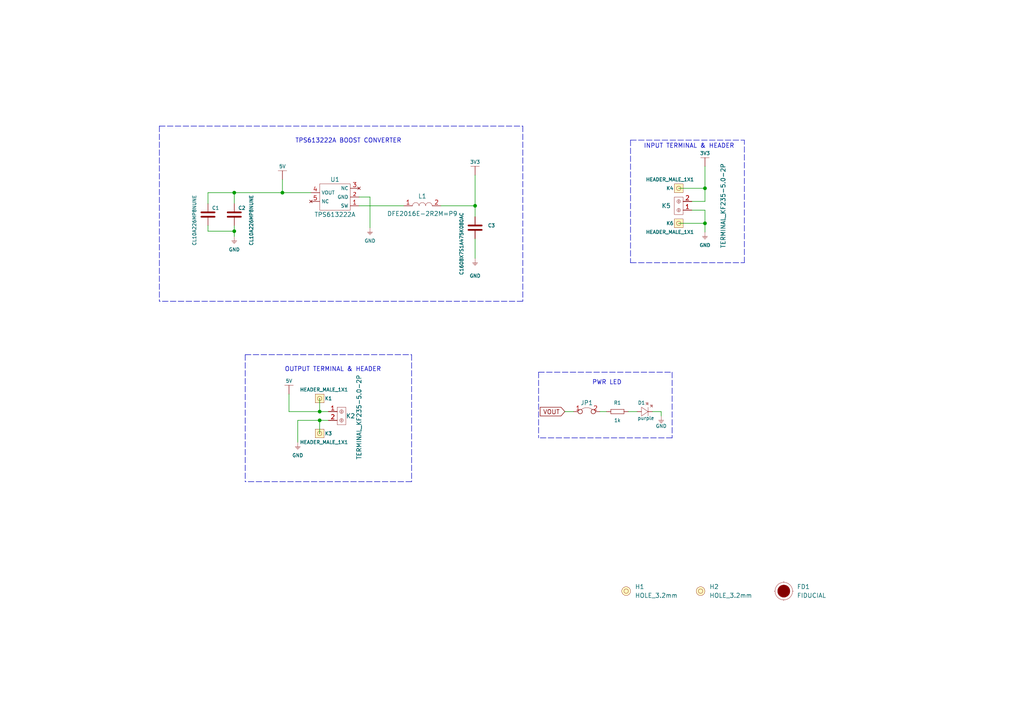
<source format=kicad_sch>
(kicad_sch (version 20211123) (generator eeschema)

  (uuid bc326af4-ebec-4a60-81b4-f99cdc0384be)

  (paper "A4")

  (title_block
    (title "Mini low-power TPS613222A boost converter")
    (date "2021-09-20")
    (rev "V1.0.0.")
    (company "SOLDERED")
    (comment 1 "333096")
  )

  (lib_symbols
    (symbol "e-radionica.com schematics:0402LED" (pin_numbers hide) (pin_names (offset 0.254) hide) (in_bom yes) (on_board yes)
      (property "Reference" "D" (id 0) (at -0.635 2.54 0)
        (effects (font (size 1 1)))
      )
      (property "Value" "0402LED" (id 1) (at 0 -2.54 0)
        (effects (font (size 1 1)))
      )
      (property "Footprint" "e-radionica.com footprinti:0402LED" (id 2) (at 0 5.08 0)
        (effects (font (size 1 1)) hide)
      )
      (property "Datasheet" "" (id 3) (at 0 0 0)
        (effects (font (size 1 1)) hide)
      )
      (symbol "0402LED_0_1"
        (polyline
          (pts
            (xy -0.635 1.27)
            (xy 1.27 0)
          )
          (stroke (width 0.0006) (type default) (color 0 0 0 0))
          (fill (type none))
        )
        (polyline
          (pts
            (xy 0.635 1.905)
            (xy 1.27 2.54)
          )
          (stroke (width 0.0006) (type default) (color 0 0 0 0))
          (fill (type none))
        )
        (polyline
          (pts
            (xy 1.27 1.27)
            (xy 1.27 -1.27)
          )
          (stroke (width 0.0006) (type default) (color 0 0 0 0))
          (fill (type none))
        )
        (polyline
          (pts
            (xy 1.905 1.27)
            (xy 2.54 1.905)
          )
          (stroke (width 0.0006) (type default) (color 0 0 0 0))
          (fill (type none))
        )
        (polyline
          (pts
            (xy -0.635 1.27)
            (xy -0.635 -1.27)
            (xy 1.27 0)
          )
          (stroke (width 0.0006) (type default) (color 0 0 0 0))
          (fill (type none))
        )
        (polyline
          (pts
            (xy 1.27 2.54)
            (xy 0.635 2.54)
            (xy 1.27 1.905)
            (xy 1.27 2.54)
          )
          (stroke (width 0.0006) (type default) (color 0 0 0 0))
          (fill (type none))
        )
        (polyline
          (pts
            (xy 2.54 1.905)
            (xy 1.905 1.905)
            (xy 2.54 1.27)
            (xy 2.54 1.905)
          )
          (stroke (width 0.0006) (type default) (color 0 0 0 0))
          (fill (type none))
        )
      )
      (symbol "0402LED_1_1"
        (pin passive line (at -1.905 0 0) (length 1.27)
          (name "A" (effects (font (size 1.27 1.27))))
          (number "1" (effects (font (size 1.27 1.27))))
        )
        (pin passive line (at 2.54 0 180) (length 1.27)
          (name "K" (effects (font (size 1.27 1.27))))
          (number "2" (effects (font (size 1.27 1.27))))
        )
      )
    )
    (symbol "e-radionica.com schematics:0402R" (pin_numbers hide) (pin_names (offset 0.254)) (in_bom yes) (on_board yes)
      (property "Reference" "R" (id 0) (at -1.905 1.27 0)
        (effects (font (size 1 1)))
      )
      (property "Value" "0402R" (id 1) (at 0 -1.27 0)
        (effects (font (size 1 1)))
      )
      (property "Footprint" "e-radionica.com footprinti:0402R" (id 2) (at -2.54 1.905 0)
        (effects (font (size 1 1)) hide)
      )
      (property "Datasheet" "" (id 3) (at -2.54 1.905 0)
        (effects (font (size 1 1)) hide)
      )
      (symbol "0402R_0_1"
        (rectangle (start -1.905 -0.635) (end 1.905 -0.6604)
          (stroke (width 0.1) (type default) (color 0 0 0 0))
          (fill (type none))
        )
        (rectangle (start -1.905 0.635) (end -1.8796 -0.635)
          (stroke (width 0.1) (type default) (color 0 0 0 0))
          (fill (type none))
        )
        (rectangle (start -1.905 0.635) (end 1.905 0.6096)
          (stroke (width 0.1) (type default) (color 0 0 0 0))
          (fill (type none))
        )
        (rectangle (start 1.905 0.635) (end 1.9304 -0.635)
          (stroke (width 0.1) (type default) (color 0 0 0 0))
          (fill (type none))
        )
      )
      (symbol "0402R_1_1"
        (pin passive line (at -3.175 0 0) (length 1.27)
          (name "~" (effects (font (size 1.27 1.27))))
          (number "1" (effects (font (size 1.27 1.27))))
        )
        (pin passive line (at 3.175 0 180) (length 1.27)
          (name "~" (effects (font (size 1.27 1.27))))
          (number "2" (effects (font (size 1.27 1.27))))
        )
      )
    )
    (symbol "e-radionica.com schematics:0805C" (pin_numbers hide) (in_bom yes) (on_board yes)
      (property "Reference" "C" (id 0) (at -0.635 3.175 0)
        (effects (font (size 1 1)))
      )
      (property "Value" "0805C" (id 1) (at 0 -3.175 0)
        (effects (font (size 1 1)))
      )
      (property "Footprint" "e-radionica.com footprinti:0805C" (id 2) (at 0 0 0)
        (effects (font (size 1 1)) hide)
      )
      (property "Datasheet" "" (id 3) (at 0 0 0)
        (effects (font (size 1 1)) hide)
      )
      (symbol "0805C_0_1"
        (polyline
          (pts
            (xy -0.635 1.905)
            (xy -0.635 -1.905)
          )
          (stroke (width 0.5) (type default) (color 0 0 0 0))
          (fill (type none))
        )
        (polyline
          (pts
            (xy 0.635 1.905)
            (xy 0.635 -1.905)
          )
          (stroke (width 0.5) (type default) (color 0 0 0 0))
          (fill (type none))
        )
      )
      (symbol "0805C_1_1"
        (pin passive line (at -3.175 0 0) (length 2.54)
          (name "~" (effects (font (size 1.27 1.27))))
          (number "1" (effects (font (size 1.27 1.27))))
        )
        (pin passive line (at 3.175 0 180) (length 2.54)
          (name "~" (effects (font (size 1.27 1.27))))
          (number "2" (effects (font (size 1.27 1.27))))
        )
      )
    )
    (symbol "e-radionica.com schematics:3V3" (power) (pin_names (offset 0)) (in_bom yes) (on_board yes)
      (property "Reference" "#PWR" (id 0) (at 4.445 0 0)
        (effects (font (size 1 1)) hide)
      )
      (property "Value" "3V3" (id 1) (at 0 3.556 0)
        (effects (font (size 1 1)))
      )
      (property "Footprint" "" (id 2) (at 4.445 3.81 0)
        (effects (font (size 1 1)) hide)
      )
      (property "Datasheet" "" (id 3) (at 4.445 3.81 0)
        (effects (font (size 1 1)) hide)
      )
      (property "ki_keywords" "power-flag" (id 4) (at 0 0 0)
        (effects (font (size 1.27 1.27)) hide)
      )
      (property "ki_description" "Power symbol creates a global label with name \"3V3\"" (id 5) (at 0 0 0)
        (effects (font (size 1.27 1.27)) hide)
      )
      (symbol "3V3_0_1"
        (polyline
          (pts
            (xy -1.27 2.54)
            (xy 1.27 2.54)
          )
          (stroke (width 0.0006) (type default) (color 0 0 0 0))
          (fill (type none))
        )
        (polyline
          (pts
            (xy 0 0)
            (xy 0 2.54)
          )
          (stroke (width 0) (type default) (color 0 0 0 0))
          (fill (type none))
        )
      )
      (symbol "3V3_1_1"
        (pin power_in line (at 0 0 90) (length 0) hide
          (name "3V3" (effects (font (size 1.27 1.27))))
          (number "1" (effects (font (size 1.27 1.27))))
        )
      )
    )
    (symbol "e-radionica.com schematics:5V" (power) (pin_names (offset 0)) (in_bom yes) (on_board yes)
      (property "Reference" "#PWR" (id 0) (at 4.445 0 0)
        (effects (font (size 1 1)) hide)
      )
      (property "Value" "5V" (id 1) (at 0 3.556 0)
        (effects (font (size 1 1)))
      )
      (property "Footprint" "" (id 2) (at 4.445 3.81 0)
        (effects (font (size 1 1)) hide)
      )
      (property "Datasheet" "" (id 3) (at 4.445 3.81 0)
        (effects (font (size 1 1)) hide)
      )
      (property "ki_keywords" "power-flag" (id 4) (at 0 0 0)
        (effects (font (size 1.27 1.27)) hide)
      )
      (property "ki_description" "Power symbol creates a global label with name \"5V\"" (id 5) (at 0 0 0)
        (effects (font (size 1.27 1.27)) hide)
      )
      (symbol "5V_0_1"
        (polyline
          (pts
            (xy -1.27 2.54)
            (xy 1.27 2.54)
          )
          (stroke (width 0.0006) (type default) (color 0 0 0 0))
          (fill (type none))
        )
        (polyline
          (pts
            (xy 0 0)
            (xy 0 2.54)
          )
          (stroke (width 0) (type default) (color 0 0 0 0))
          (fill (type none))
        )
      )
      (symbol "5V_1_1"
        (pin power_in line (at 0 0 90) (length 0) hide
          (name "5V" (effects (font (size 1.27 1.27))))
          (number "1" (effects (font (size 1.27 1.27))))
        )
      )
    )
    (symbol "e-radionica.com schematics:DFE252012F-1R0M" (in_bom yes) (on_board yes)
      (property "Reference" "L" (id 0) (at 0 2.286 0)
        (effects (font (size 1.27 1.27)))
      )
      (property "Value" "DFE252012F-1R0M" (id 1) (at 0 -1.778 0)
        (effects (font (size 1.27 1.27)))
      )
      (property "Footprint" "e-radionica.com footprinti:DFE252012F-1R0M=P2" (id 2) (at 0.254 0 0)
        (effects (font (size 1.27 1.27)) hide)
      )
      (property "Datasheet" "" (id 3) (at 0.254 0 0)
        (effects (font (size 1.27 1.27)) hide)
      )
      (symbol "DFE252012F-1R0M_0_1"
        (arc (start -1.016 0) (mid -1.9685 0.9388) (end -2.921 0)
          (stroke (width 0.0006) (type default) (color 0 0 0 0))
          (fill (type none))
        )
        (arc (start 0.889 0) (mid -0.0635 0.9388) (end -1.016 0)
          (stroke (width 0.0006) (type default) (color 0 0 0 0))
          (fill (type none))
        )
        (arc (start 2.794 0) (mid 1.8415 0.9388) (end 0.889 0)
          (stroke (width 0.0006) (type default) (color 0 0 0 0))
          (fill (type none))
        )
      )
      (symbol "DFE252012F-1R0M_1_1"
        (pin passive line (at -5.461 0 0) (length 2.54)
          (name "" (effects (font (size 1.27 1.27))))
          (number "1" (effects (font (size 1.27 1.27))))
        )
        (pin passive line (at 5.334 0 180) (length 2.54)
          (name "" (effects (font (size 1.27 1.27))))
          (number "2" (effects (font (size 1.27 1.27))))
        )
      )
    )
    (symbol "e-radionica.com schematics:FIDUCIAL" (in_bom no) (on_board yes)
      (property "Reference" "FD" (id 0) (at 0 3.81 0)
        (effects (font (size 1.27 1.27)))
      )
      (property "Value" "FIDUCIAL" (id 1) (at 0 -3.81 0)
        (effects (font (size 1.27 1.27)))
      )
      (property "Footprint" "e-radionica.com footprinti:FIDUCIAL_23" (id 2) (at 0.254 -5.334 0)
        (effects (font (size 1.27 1.27)) hide)
      )
      (property "Datasheet" "" (id 3) (at 0 0 0)
        (effects (font (size 1.27 1.27)) hide)
      )
      (symbol "FIDUCIAL_0_1"
        (polyline
          (pts
            (xy -2.54 0)
            (xy -2.794 0)
          )
          (stroke (width 0.0006) (type default) (color 0 0 0 0))
          (fill (type none))
        )
        (polyline
          (pts
            (xy 0 -2.54)
            (xy 0 -2.794)
          )
          (stroke (width 0.0006) (type default) (color 0 0 0 0))
          (fill (type none))
        )
        (polyline
          (pts
            (xy 0 2.54)
            (xy 0 2.794)
          )
          (stroke (width 0.0006) (type default) (color 0 0 0 0))
          (fill (type none))
        )
        (polyline
          (pts
            (xy 2.54 0)
            (xy 2.794 0)
          )
          (stroke (width 0.0006) (type default) (color 0 0 0 0))
          (fill (type none))
        )
        (circle (center 0 0) (radius 1.7961)
          (stroke (width 0.001) (type default) (color 0 0 0 0))
          (fill (type outline))
        )
        (circle (center 0 0) (radius 2.54)
          (stroke (width 0.0006) (type default) (color 0 0 0 0))
          (fill (type none))
        )
      )
    )
    (symbol "e-radionica.com schematics:GND" (power) (pin_names (offset 0)) (in_bom yes) (on_board yes)
      (property "Reference" "#PWR" (id 0) (at 4.445 0 0)
        (effects (font (size 1 1)) hide)
      )
      (property "Value" "GND" (id 1) (at 0 -2.921 0)
        (effects (font (size 1 1)))
      )
      (property "Footprint" "" (id 2) (at 4.445 3.81 0)
        (effects (font (size 1 1)) hide)
      )
      (property "Datasheet" "" (id 3) (at 4.445 3.81 0)
        (effects (font (size 1 1)) hide)
      )
      (property "ki_keywords" "power-flag" (id 4) (at 0 0 0)
        (effects (font (size 1.27 1.27)) hide)
      )
      (property "ki_description" "Power symbol creates a global label with name \"GND\"" (id 5) (at 0 0 0)
        (effects (font (size 1.27 1.27)) hide)
      )
      (symbol "GND_0_1"
        (polyline
          (pts
            (xy -0.762 -1.27)
            (xy 0.762 -1.27)
          )
          (stroke (width 0.0006) (type default) (color 0 0 0 0))
          (fill (type none))
        )
        (polyline
          (pts
            (xy -0.635 -1.524)
            (xy 0.635 -1.524)
          )
          (stroke (width 0.0006) (type default) (color 0 0 0 0))
          (fill (type none))
        )
        (polyline
          (pts
            (xy -0.381 -1.778)
            (xy 0.381 -1.778)
          )
          (stroke (width 0.0006) (type default) (color 0 0 0 0))
          (fill (type none))
        )
        (polyline
          (pts
            (xy -0.127 -2.032)
            (xy 0.127 -2.032)
          )
          (stroke (width 0.0006) (type default) (color 0 0 0 0))
          (fill (type none))
        )
        (polyline
          (pts
            (xy 0 0)
            (xy 0 -1.27)
          )
          (stroke (width 0.0006) (type default) (color 0 0 0 0))
          (fill (type none))
        )
      )
      (symbol "GND_1_1"
        (pin power_in line (at 0 0 270) (length 0) hide
          (name "GND" (effects (font (size 1.27 1.27))))
          (number "1" (effects (font (size 1.27 1.27))))
        )
      )
    )
    (symbol "e-radionica.com schematics:GND_3" (power) (pin_names (offset 0)) (in_bom yes) (on_board yes)
      (property "Reference" "#PWR" (id 0) (at 4.445 0 0)
        (effects (font (size 1 1)) hide)
      )
      (property "Value" "GND" (id 1) (at 0 -2.921 0)
        (effects (font (size 1 1)))
      )
      (property "Footprint" "" (id 2) (at 4.445 3.81 0)
        (effects (font (size 1 1)) hide)
      )
      (property "Datasheet" "" (id 3) (at 4.445 3.81 0)
        (effects (font (size 1 1)) hide)
      )
      (property "ki_keywords" "power-flag" (id 4) (at 0 0 0)
        (effects (font (size 1.27 1.27)) hide)
      )
      (property "ki_description" "Power symbol creates a global label with name \"+3V3\"" (id 5) (at 0 0 0)
        (effects (font (size 1.27 1.27)) hide)
      )
      (symbol "GND_3_0_1"
        (polyline
          (pts
            (xy -0.762 -1.27)
            (xy 0.762 -1.27)
          )
          (stroke (width 0.0006) (type default) (color 0 0 0 0))
          (fill (type none))
        )
        (polyline
          (pts
            (xy -0.635 -1.524)
            (xy 0.635 -1.524)
          )
          (stroke (width 0.0006) (type default) (color 0 0 0 0))
          (fill (type none))
        )
        (polyline
          (pts
            (xy -0.381 -1.778)
            (xy 0.381 -1.778)
          )
          (stroke (width 0.0006) (type default) (color 0 0 0 0))
          (fill (type none))
        )
        (polyline
          (pts
            (xy -0.127 -2.032)
            (xy 0.127 -2.032)
          )
          (stroke (width 0.0006) (type default) (color 0 0 0 0))
          (fill (type none))
        )
        (polyline
          (pts
            (xy 0 0)
            (xy 0 -1.27)
          )
          (stroke (width 0.0006) (type default) (color 0 0 0 0))
          (fill (type none))
        )
      )
      (symbol "GND_3_1_1"
        (pin power_in line (at 0 0 270) (length 0) hide
          (name "GND" (effects (font (size 1.27 1.27))))
          (number "1" (effects (font (size 1.27 1.27))))
        )
      )
    )
    (symbol "e-radionica.com schematics:HEADER_MALE_1X1" (pin_numbers hide) (pin_names hide) (in_bom yes) (on_board yes)
      (property "Reference" "K" (id 0) (at -0.635 2.54 0)
        (effects (font (size 1 1)))
      )
      (property "Value" "HEADER_MALE_1X1" (id 1) (at 0 -2.54 0)
        (effects (font (size 1 1)))
      )
      (property "Footprint" "e-radionica.com footprinti:HEADER_MALE_1X1" (id 2) (at 0 0 0)
        (effects (font (size 1 1)) hide)
      )
      (property "Datasheet" "" (id 3) (at 0 0 0)
        (effects (font (size 1 1)) hide)
      )
      (symbol "HEADER_MALE_1X1_0_1"
        (rectangle (start -1.27 1.27) (end 1.27 -1.27)
          (stroke (width 0.001) (type default) (color 0 0 0 0))
          (fill (type background))
        )
        (circle (center 0 0) (radius 0.635)
          (stroke (width 0.0006) (type default) (color 0 0 0 0))
          (fill (type none))
        )
      )
      (symbol "HEADER_MALE_1X1_1_1"
        (pin passive line (at 0 0 180) (length 0)
          (name "~" (effects (font (size 1 1))))
          (number "1" (effects (font (size 1 1))))
        )
      )
    )
    (symbol "e-radionica.com schematics:HOLE_3.2mm" (pin_numbers hide) (pin_names hide) (in_bom yes) (on_board yes)
      (property "Reference" "H" (id 0) (at 0 2.54 0)
        (effects (font (size 1.27 1.27)))
      )
      (property "Value" "HOLE_3.2mm" (id 1) (at 0 -2.54 0)
        (effects (font (size 1.27 1.27)))
      )
      (property "Footprint" "e-radionica.com footprinti:HOLE_3.2mm" (id 2) (at 0 0 0)
        (effects (font (size 1.27 1.27)) hide)
      )
      (property "Datasheet" "" (id 3) (at 0 0 0)
        (effects (font (size 1.27 1.27)) hide)
      )
      (symbol "HOLE_3.2mm_0_1"
        (circle (center 0 0) (radius 0.635)
          (stroke (width 0.0006) (type default) (color 0 0 0 0))
          (fill (type none))
        )
        (circle (center 0 0) (radius 1.27)
          (stroke (width 0.001) (type default) (color 0 0 0 0))
          (fill (type background))
        )
      )
    )
    (symbol "e-radionica.com schematics:SMD-JUMPER-CONNECTED_TRACE_SLODERMASK" (in_bom yes) (on_board yes)
      (property "Reference" "JP" (id 0) (at 0 3.556 0)
        (effects (font (size 1.27 1.27)))
      )
      (property "Value" "SMD-JUMPER-CONNECTED_TRACE_SLODERMASK" (id 1) (at 0 -2.54 0)
        (effects (font (size 1.27 1.27)))
      )
      (property "Footprint" "e-radionica.com footprinti:SMD-JUMPER-CONNECTED_TRACE_SLODERMASK" (id 2) (at 0 -5.715 0)
        (effects (font (size 1.27 1.27)) hide)
      )
      (property "Datasheet" "" (id 3) (at 0 0 0)
        (effects (font (size 1.27 1.27)) hide)
      )
      (symbol "SMD-JUMPER-CONNECTED_TRACE_SLODERMASK_0_1"
        (arc (start 1.5845 0.5996) (mid -0.0202 1.1519) (end -1.6159 0.5742)
          (stroke (width 0.0006) (type default) (color 0 0 0 0))
          (fill (type none))
        )
      )
      (symbol "SMD-JUMPER-CONNECTED_TRACE_SLODERMASK_1_1"
        (pin passive inverted (at -3.81 0 0) (length 2.54)
          (name "" (effects (font (size 1.27 1.27))))
          (number "1" (effects (font (size 1.27 1.27))))
        )
        (pin passive inverted (at 3.81 0 180) (length 2.54)
          (name "" (effects (font (size 1.27 1.27))))
          (number "2" (effects (font (size 1.27 1.27))))
        )
      )
    )
    (symbol "e-radionica.com schematics:TERMINAL_KF235-5.0-2P" (in_bom yes) (on_board yes)
      (property "Reference" "K" (id 0) (at 0 3.81 0)
        (effects (font (size 1.27 1.27)))
      )
      (property "Value" "TERMINAL_KF235-5.0-2P" (id 1) (at 0 -3.81 0)
        (effects (font (size 1.27 1.27)))
      )
      (property "Footprint" "e-radionica.com footprinti:TERMINAL_KF235-5.0-2P" (id 2) (at 0 0 0)
        (effects (font (size 1.27 1.27)) hide)
      )
      (property "Datasheet" "" (id 3) (at 0 0 0)
        (effects (font (size 1.27 1.27)) hide)
      )
      (symbol "TERMINAL_KF235-5.0-2P_0_1"
        (rectangle (start -1.27 2.54) (end 1.27 -2.54)
          (stroke (width 0.0006) (type default) (color 0 0 0 0))
          (fill (type none))
        )
        (circle (center 0 -1.27) (radius 0.508)
          (stroke (width 0.0006) (type default) (color 0 0 0 0))
          (fill (type none))
        )
        (polyline
          (pts
            (xy -0.254 -1.27)
            (xy 0.254 -1.27)
          )
          (stroke (width 0.0006) (type default) (color 0 0 0 0))
          (fill (type none))
        )
        (polyline
          (pts
            (xy -0.254 1.27)
            (xy 0.254 1.27)
          )
          (stroke (width 0.0006) (type default) (color 0 0 0 0))
          (fill (type none))
        )
        (polyline
          (pts
            (xy 0 -0.762)
            (xy 0 -1.778)
          )
          (stroke (width 0.0006) (type default) (color 0 0 0 0))
          (fill (type none))
        )
        (polyline
          (pts
            (xy 0 1.778)
            (xy 0 0.762)
          )
          (stroke (width 0.0006) (type default) (color 0 0 0 0))
          (fill (type none))
        )
        (circle (center 0 1.27) (radius 0.508)
          (stroke (width 0.0006) (type default) (color 0 0 0 0))
          (fill (type none))
        )
      )
      (symbol "TERMINAL_KF235-5.0-2P_1_1"
        (pin input line (at -3.81 1.27 0) (length 2.54)
          (name "~" (effects (font (size 1.27 1.27))))
          (number "1" (effects (font (size 1.27 1.27))))
        )
        (pin input line (at -3.81 -1.27 0) (length 2.54)
          (name "~" (effects (font (size 1.27 1.27))))
          (number "2" (effects (font (size 1.27 1.27))))
        )
      )
    )
    (symbol "e-radionica.com schematics:TPS613222A" (in_bom yes) (on_board yes)
      (property "Reference" "U" (id 0) (at 0 5.08 0)
        (effects (font (size 1.27 1.27)))
      )
      (property "Value" "TPS613222A" (id 1) (at 0 -5.08 0)
        (effects (font (size 1.27 1.27)))
      )
      (property "Footprint" "e-radionica.com footprinti:tps613222a" (id 2) (at -0.635 0 0)
        (effects (font (size 1.27 1.27)) hide)
      )
      (property "Datasheet" "" (id 3) (at -0.635 0 0)
        (effects (font (size 1.27 1.27)) hide)
      )
      (symbol "TPS613222A_0_1"
        (rectangle (start -4.445 3.81) (end 4.445 -3.81)
          (stroke (width 0.0006) (type default) (color 0 0 0 0))
          (fill (type none))
        )
      )
      (symbol "TPS613222A_1_1"
        (pin passive line (at 6.985 -2.54 180) (length 2.54)
          (name "SW" (effects (font (size 1 1))))
          (number "1" (effects (font (size 1.27 1.27))))
        )
        (pin passive line (at 6.985 0 180) (length 2.54)
          (name "GND" (effects (font (size 1 1))))
          (number "2" (effects (font (size 1 1))))
        )
        (pin no_connect line (at 6.985 2.54 180) (length 2.54)
          (name "NC" (effects (font (size 1 1))))
          (number "3" (effects (font (size 1.27 1.27))))
        )
        (pin passive line (at -6.985 1.27 0) (length 2.54)
          (name "VOUT" (effects (font (size 1 1))))
          (number "4" (effects (font (size 1.27 1.27))))
        )
        (pin no_connect line (at -6.985 -1.27 0) (length 2.54)
          (name "NC" (effects (font (size 1 1))))
          (number "5" (effects (font (size 1.27 1.27))))
        )
      )
    )
  )

  (junction (at 204.47 54.61) (diameter 0.9144) (color 0 0 0 0)
    (uuid 127679a9-3981-4934-815e-896a4e3ff56e)
  )
  (junction (at 204.47 64.77) (diameter 0.9144) (color 0 0 0 0)
    (uuid 48ab88d7-7084-4d02-b109-3ad55a30bb11)
  )
  (junction (at 67.945 67.056) (diameter 0.9144) (color 0 0 0 0)
    (uuid 5fc27c35-3e1c-4f96-817c-93b5570858a6)
  )
  (junction (at 92.71 119.38) (diameter 0.9144) (color 0 0 0 0)
    (uuid 6a45789b-3855-401f-8139-3c734f7f52f9)
  )
  (junction (at 81.915 55.88) (diameter 0.9144) (color 0 0 0 0)
    (uuid 6c9b793c-e74d-4754-a2c0-901e73b26f1c)
  )
  (junction (at 137.795 59.69) (diameter 0.9144) (color 0 0 0 0)
    (uuid 716e31c5-485f-40b5-88e3-a75900da9811)
  )
  (junction (at 92.71 121.92) (diameter 0.9144) (color 0 0 0 0)
    (uuid b1086f75-01ba-4188-8d36-75a9e2828ca9)
  )
  (junction (at 67.945 55.88) (diameter 0.9144) (color 0 0 0 0)
    (uuid efeac2a2-7682-4dc7-83ee-f6f1b23da506)
  )

  (wire (pts (xy 81.915 55.88) (xy 81.915 52.07))
    (stroke (width 0) (type solid) (color 0 0 0 0))
    (uuid 097cf192-f0f1-4806-9285-b4f452741a91)
  )
  (wire (pts (xy 90.17 55.88) (xy 81.915 55.88))
    (stroke (width 0) (type solid) (color 0 0 0 0))
    (uuid 097cf192-f0f1-4806-9285-b4f452741a92)
  )
  (wire (pts (xy 67.945 55.88) (xy 81.915 55.88))
    (stroke (width 0) (type solid) (color 0 0 0 0))
    (uuid 0e9380ae-f829-4296-8b49-d3f92488d3fd)
  )
  (wire (pts (xy 67.945 59.055) (xy 67.945 55.88))
    (stroke (width 0) (type solid) (color 0 0 0 0))
    (uuid 0e9380ae-f829-4296-8b49-d3f92488d3fe)
  )
  (polyline (pts (xy 194.945 107.95) (xy 194.945 127))
    (stroke (width 0) (type dash) (color 0 0 0 0))
    (uuid 117bc274-40a1-43e9-8cfc-3276079bd0d2)
  )

  (wire (pts (xy 83.82 114.3) (xy 83.82 119.38))
    (stroke (width 0) (type solid) (color 0 0 0 0))
    (uuid 3163b7ea-8af7-4952-8a36-11cc3d2cb8ae)
  )
  (wire (pts (xy 182.245 119.38) (xy 184.785 119.38))
    (stroke (width 0) (type solid) (color 0 0 0 0))
    (uuid 378094a7-06c4-47a6-a482-19fff563f885)
  )
  (wire (pts (xy 60.325 55.88) (xy 67.945 55.88))
    (stroke (width 0) (type solid) (color 0 0 0 0))
    (uuid 3ae93aeb-c991-4890-8a5d-b4d48082967c)
  )
  (wire (pts (xy 60.325 59.055) (xy 60.325 55.88))
    (stroke (width 0) (type solid) (color 0 0 0 0))
    (uuid 3ae93aeb-c991-4890-8a5d-b4d48082967d)
  )
  (wire (pts (xy 60.325 65.405) (xy 60.325 67.056))
    (stroke (width 0) (type solid) (color 0 0 0 0))
    (uuid 41cfdd9c-b111-4501-b5ba-474401978844)
  )
  (wire (pts (xy 137.795 59.69) (xy 137.795 62.865))
    (stroke (width 0) (type solid) (color 0 0 0 0))
    (uuid 4c52101d-c5b8-454c-87df-c5bb79be973c)
  )
  (wire (pts (xy 173.99 119.38) (xy 175.895 119.38))
    (stroke (width 0) (type solid) (color 0 0 0 0))
    (uuid 52778b8c-b1cb-4bd9-b9ca-6bf49d06dadb)
  )
  (wire (pts (xy 200.66 58.42) (xy 204.47 58.42))
    (stroke (width 0) (type solid) (color 0 0 0 0))
    (uuid 558bf2bc-4813-446f-a738-5c541286c349)
  )
  (wire (pts (xy 204.47 48.26) (xy 204.47 54.61))
    (stroke (width 0) (type solid) (color 0 0 0 0))
    (uuid 558bf2bc-4813-446f-a738-5c541286c34a)
  )
  (wire (pts (xy 204.47 58.42) (xy 204.47 54.61))
    (stroke (width 0) (type solid) (color 0 0 0 0))
    (uuid 558bf2bc-4813-446f-a738-5c541286c34b)
  )
  (wire (pts (xy 137.795 50.8) (xy 137.795 59.69))
    (stroke (width 0) (type solid) (color 0 0 0 0))
    (uuid 59623856-cd68-44ad-876d-353480c2351b)
  )
  (wire (pts (xy 137.795 59.69) (xy 127.889 59.69))
    (stroke (width 0) (type solid) (color 0 0 0 0))
    (uuid 59623856-cd68-44ad-876d-353480c2351c)
  )
  (wire (pts (xy 67.945 65.405) (xy 67.945 67.056))
    (stroke (width 0) (type solid) (color 0 0 0 0))
    (uuid 6e21b9c7-a8b8-4a50-bca4-c4e403ff6f17)
  )
  (wire (pts (xy 67.945 67.056) (xy 67.945 68.58))
    (stroke (width 0) (type solid) (color 0 0 0 0))
    (uuid 6e21b9c7-a8b8-4a50-bca4-c4e403ff6f18)
  )
  (wire (pts (xy 196.85 64.77) (xy 204.47 64.77))
    (stroke (width 0) (type solid) (color 0 0 0 0))
    (uuid 70ba4e0c-888c-4abf-ad99-825a608259ea)
  )
  (wire (pts (xy 163.83 119.38) (xy 166.37 119.38))
    (stroke (width 0) (type solid) (color 0 0 0 0))
    (uuid 78c58d5f-6cd0-4721-a42b-d3c2cad61bf7)
  )
  (polyline (pts (xy 156.21 107.95) (xy 156.21 127))
    (stroke (width 0) (type dash) (color 0 0 0 0))
    (uuid 79001fd5-f3d1-4613-91d7-1c4ff0d33f62)
  )

  (wire (pts (xy 191.77 119.38) (xy 191.77 120.65))
    (stroke (width 0) (type solid) (color 0 0 0 0))
    (uuid 7e620a52-3f4c-4751-a16f-206479940d79)
  )
  (wire (pts (xy 191.77 119.38) (xy 189.23 119.38))
    (stroke (width 0) (type solid) (color 0 0 0 0))
    (uuid 8092b1e4-5fb8-402c-a0c6-4598696b2d36)
  )
  (polyline (pts (xy 194.945 127) (xy 156.21 127))
    (stroke (width 0) (type dash) (color 0 0 0 0))
    (uuid 8ffc3f6f-7561-4d0c-9cc0-ee7664581baa)
  )

  (wire (pts (xy 104.14 57.15) (xy 107.315 57.15))
    (stroke (width 0) (type solid) (color 0 0 0 0))
    (uuid 971224ff-49c3-4a10-87ef-6ba6c75685db)
  )
  (wire (pts (xy 107.315 57.15) (xy 107.315 66.04))
    (stroke (width 0) (type solid) (color 0 0 0 0))
    (uuid 971224ff-49c3-4a10-87ef-6ba6c75685dc)
  )
  (polyline (pts (xy 46.228 36.576) (xy 46.228 87.376))
    (stroke (width 0) (type dash) (color 0 0 0 0))
    (uuid b1d0e6dc-a219-464e-90bf-2eae2aee91a4)
  )
  (polyline (pts (xy 46.228 36.576) (xy 151.638 36.576))
    (stroke (width 0) (type dash) (color 0 0 0 0))
    (uuid b1d0e6dc-a219-464e-90bf-2eae2aee91a5)
  )
  (polyline (pts (xy 151.638 36.576) (xy 151.638 87.376))
    (stroke (width 0) (type dash) (color 0 0 0 0))
    (uuid b1d0e6dc-a219-464e-90bf-2eae2aee91a6)
  )
  (polyline (pts (xy 151.638 87.376) (xy 46.228 87.376))
    (stroke (width 0) (type dash) (color 0 0 0 0))
    (uuid b1d0e6dc-a219-464e-90bf-2eae2aee91a7)
  )
  (polyline (pts (xy 71.12 102.87) (xy 71.12 139.7))
    (stroke (width 0) (type dash) (color 0 0 0 0))
    (uuid bb6febf4-a8ba-408b-a7bd-82f6076e94da)
  )
  (polyline (pts (xy 71.12 102.87) (xy 119.38 102.87))
    (stroke (width 0) (type dash) (color 0 0 0 0))
    (uuid bb6febf4-a8ba-408b-a7bd-82f6076e94db)
  )
  (polyline (pts (xy 119.38 102.87) (xy 119.38 139.7))
    (stroke (width 0) (type dash) (color 0 0 0 0))
    (uuid bb6febf4-a8ba-408b-a7bd-82f6076e94dc)
  )
  (polyline (pts (xy 119.38 139.7) (xy 71.12 139.7))
    (stroke (width 0) (type dash) (color 0 0 0 0))
    (uuid bb6febf4-a8ba-408b-a7bd-82f6076e94dd)
  )

  (wire (pts (xy 137.795 69.215) (xy 137.795 74.93))
    (stroke (width 0) (type solid) (color 0 0 0 0))
    (uuid d2f87b25-23f7-4045-b4d6-ecbd9b050e02)
  )
  (wire (pts (xy 83.82 119.38) (xy 92.71 119.38))
    (stroke (width 0) (type solid) (color 0 0 0 0))
    (uuid d4296f50-a1f5-47b3-b437-0198dbd5e38a)
  )
  (wire (pts (xy 92.71 119.38) (xy 95.25 119.38))
    (stroke (width 0) (type solid) (color 0 0 0 0))
    (uuid d4296f50-a1f5-47b3-b437-0198dbd5e38b)
  )
  (wire (pts (xy 60.325 67.056) (xy 67.945 67.056))
    (stroke (width 0) (type solid) (color 0 0 0 0))
    (uuid daf08098-421c-4419-a6cb-e25b82e907da)
  )
  (wire (pts (xy 104.14 59.69) (xy 117.094 59.69))
    (stroke (width 0) (type solid) (color 0 0 0 0))
    (uuid dc852df9-e942-4f9c-a3ca-cac5dc007cc0)
  )
  (wire (pts (xy 200.66 60.96) (xy 204.47 60.96))
    (stroke (width 0) (type solid) (color 0 0 0 0))
    (uuid f075aa52-076c-4c9d-b989-6e8b646765a3)
  )
  (wire (pts (xy 204.47 60.96) (xy 204.47 64.77))
    (stroke (width 0) (type solid) (color 0 0 0 0))
    (uuid f075aa52-076c-4c9d-b989-6e8b646765a4)
  )
  (wire (pts (xy 204.47 64.77) (xy 204.47 67.31))
    (stroke (width 0) (type solid) (color 0 0 0 0))
    (uuid f075aa52-076c-4c9d-b989-6e8b646765a5)
  )
  (wire (pts (xy 92.71 115.57) (xy 92.71 119.38))
    (stroke (width 0) (type solid) (color 0 0 0 0))
    (uuid f4aa7b05-958c-4ee5-922a-a185f9bb7f91)
  )
  (wire (pts (xy 86.36 121.92) (xy 86.36 128.27))
    (stroke (width 0) (type solid) (color 0 0 0 0))
    (uuid f61bdf3a-9a28-44b1-b418-5bf19a75f501)
  )
  (wire (pts (xy 86.36 121.92) (xy 92.71 121.92))
    (stroke (width 0) (type solid) (color 0 0 0 0))
    (uuid f61bdf3a-9a28-44b1-b418-5bf19a75f502)
  )
  (wire (pts (xy 92.71 121.92) (xy 95.25 121.92))
    (stroke (width 0) (type solid) (color 0 0 0 0))
    (uuid f61bdf3a-9a28-44b1-b418-5bf19a75f503)
  )
  (wire (pts (xy 92.71 121.92) (xy 92.71 125.73))
    (stroke (width 0) (type solid) (color 0 0 0 0))
    (uuid f7c8023b-5dde-4cbf-850c-f7ea2bb889b8)
  )
  (polyline (pts (xy 182.88 40.64) (xy 182.88 76.2))
    (stroke (width 0) (type dash) (color 0 0 0 0))
    (uuid f8a94341-3a25-40d3-afea-c97fdd86b143)
  )
  (polyline (pts (xy 182.88 40.64) (xy 215.9 40.64))
    (stroke (width 0) (type dash) (color 0 0 0 0))
    (uuid f8a94341-3a25-40d3-afea-c97fdd86b144)
  )
  (polyline (pts (xy 182.88 76.2) (xy 215.9 76.2))
    (stroke (width 0) (type dash) (color 0 0 0 0))
    (uuid f8a94341-3a25-40d3-afea-c97fdd86b145)
  )
  (polyline (pts (xy 215.9 76.2) (xy 215.9 40.64))
    (stroke (width 0) (type dash) (color 0 0 0 0))
    (uuid f8a94341-3a25-40d3-afea-c97fdd86b146)
  )
  (polyline (pts (xy 156.21 107.95) (xy 194.945 107.95))
    (stroke (width 0) (type dash) (color 0 0 0 0))
    (uuid faed8281-a040-4506-bcf1-39579fc69157)
  )

  (wire (pts (xy 196.85 54.61) (xy 204.47 54.61))
    (stroke (width 0) (type solid) (color 0 0 0 0))
    (uuid ffbe55f3-7771-4db9-8f2b-88205e03a3be)
  )

  (text "OUTPUT TERMINAL & HEADER" (at 82.55 107.95 0)
    (effects (font (size 1.27 1.27)) (justify left bottom))
    (uuid 1e1d3c0a-79f8-4d11-8929-32d811a222aa)
  )
  (text "TPS613222A BOOST CONVERTER" (at 85.598 41.656 0)
    (effects (font (size 1.27 1.27)) (justify left bottom))
    (uuid 54d915a9-6eec-4802-8961-49f9945b0f66)
  )
  (text "PWR LED" (at 180.34 111.76 180)
    (effects (font (size 1.27 1.27)) (justify right bottom))
    (uuid 90ee5613-444e-4795-bff2-e3c0f1dc5728)
  )
  (text "INPUT TERMINAL & HEADER" (at 186.69 43.18 0)
    (effects (font (size 1.27 1.27)) (justify left bottom))
    (uuid bff35b49-9c57-4fcc-992f-aa2b3a526e9b)
  )

  (global_label "VOUT" (shape input) (at 163.83 119.38 180)
    (effects (font (size 1.27 1.27)) (justify right))
    (uuid de4355ac-2250-489c-880a-7c5f7e0a8204)
    (property "Intersheet References" "${INTERSHEET_REFS}" (id 0) (at 155.1758 119.4594 0)
      (effects (font (size 1.27 1.27)) (justify right) hide)
    )
  )

  (symbol (lib_id "e-radionica.com schematics:FIDUCIAL") (at 227.33 171.45 0) (unit 1)
    (in_bom no) (on_board yes) (fields_autoplaced)
    (uuid 01a72d53-cbb7-49bb-829e-2a7ee0421c15)
    (property "Reference" "FD1" (id 0) (at 231.14 170.1799 0)
      (effects (font (size 1.27 1.27)) (justify left))
    )
    (property "Value" "FIDUCIAL" (id 1) (at 231.14 172.7199 0)
      (effects (font (size 1.27 1.27)) (justify left))
    )
    (property "Footprint" "e-radionica.com footprinti:FIDUCIAL_23" (id 2) (at 227.584 176.784 0)
      (effects (font (size 1.27 1.27)) hide)
    )
    (property "Datasheet" "" (id 3) (at 227.33 171.45 0)
      (effects (font (size 1.27 1.27)) hide)
    )
  )

  (symbol (lib_id "e-radionica.com schematics:TERMINAL_KF235-5.0-2P") (at 99.06 120.65 0) (unit 1)
    (in_bom yes) (on_board yes)
    (uuid 04c01940-13b8-4eaa-815b-3af650fe0b47)
    (property "Reference" "K2" (id 0) (at 100.33 120.6499 0)
      (effects (font (size 1.27 1.27)) (justify left))
    )
    (property "Value" "TERMINAL_KF235-5.0-2P" (id 1) (at 104.14 133.3499 90)
      (effects (font (size 1.27 1.27)) (justify left))
    )
    (property "Footprint" "e-radionica.com footprinti:TERMINAL_KF235-5.0-2P" (id 2) (at 99.06 120.65 0)
      (effects (font (size 1.27 1.27)) hide)
    )
    (property "Datasheet" "" (id 3) (at 99.06 120.65 0)
      (effects (font (size 1.27 1.27)) hide)
    )
    (pin "1" (uuid dc90c930-4dde-440c-ae95-b81d0dbe13e1))
    (pin "2" (uuid ab03e0c3-8fdc-4624-af61-7a536c4f41a3))
  )

  (symbol (lib_id "e-radionica.com schematics:TERMINAL_KF235-5.0-2P") (at 196.85 59.69 180) (unit 1)
    (in_bom yes) (on_board yes)
    (uuid 08af30f5-a689-4367-a60b-df84989e9984)
    (property "Reference" "K5" (id 0) (at 193.2303 59.69 0))
    (property "Value" "TERMINAL_KF235-5.0-2P" (id 1) (at 209.7403 59.69 90))
    (property "Footprint" "e-radionica.com footprinti:TERMINAL_KF235-5.0-2P" (id 2) (at 196.85 59.69 0)
      (effects (font (size 1.27 1.27)) hide)
    )
    (property "Datasheet" "" (id 3) (at 196.85 59.69 0)
      (effects (font (size 1.27 1.27)) hide)
    )
    (pin "1" (uuid 60d95a2e-3939-4291-b210-dcc352aa3e0b))
    (pin "2" (uuid d44e05f6-5a2f-420b-b339-308e2c714e66))
  )

  (symbol (lib_id "e-radionica.com schematics:GND") (at 107.315 66.04 0) (unit 1)
    (in_bom yes) (on_board yes)
    (uuid 08d6b41d-bdfc-49a1-abaf-17ae51384996)
    (property "Reference" "#PWR05" (id 0) (at 111.76 66.04 0)
      (effects (font (size 1 1)) hide)
    )
    (property "Value" "GND" (id 1) (at 107.315 69.85 0)
      (effects (font (size 1 1)))
    )
    (property "Footprint" "" (id 2) (at 111.76 62.23 0)
      (effects (font (size 1 1)) hide)
    )
    (property "Datasheet" "" (id 3) (at 111.76 62.23 0)
      (effects (font (size 1 1)) hide)
    )
    (pin "1" (uuid 7a4cdeaa-724e-4b46-884a-5a2d4a81e789))
  )

  (symbol (lib_id "e-radionica.com schematics:HOLE_3.2mm") (at 181.61 171.45 0) (unit 1)
    (in_bom yes) (on_board yes) (fields_autoplaced)
    (uuid 20082445-051d-4eb4-9ecc-0e7aca835a9a)
    (property "Reference" "H1" (id 0) (at 184.15 170.1799 0)
      (effects (font (size 1.27 1.27)) (justify left))
    )
    (property "Value" "HOLE_3.2mm" (id 1) (at 184.15 172.7199 0)
      (effects (font (size 1.27 1.27)) (justify left))
    )
    (property "Footprint" "e-radionica.com footprinti:HOLE_3.2mm" (id 2) (at 181.61 171.45 0)
      (effects (font (size 1.27 1.27)) hide)
    )
    (property "Datasheet" "" (id 3) (at 181.61 171.45 0)
      (effects (font (size 1.27 1.27)) hide)
    )
  )

  (symbol (lib_id "e-radionica.com schematics:HOLE_3.2mm") (at 203.2 171.45 0) (unit 1)
    (in_bom yes) (on_board yes) (fields_autoplaced)
    (uuid 2c4c8b5f-070a-428d-babf-09882a0bcb95)
    (property "Reference" "H2" (id 0) (at 205.74 170.1799 0)
      (effects (font (size 1.27 1.27)) (justify left))
    )
    (property "Value" "HOLE_3.2mm" (id 1) (at 205.74 172.7199 0)
      (effects (font (size 1.27 1.27)) (justify left))
    )
    (property "Footprint" "e-radionica.com footprinti:HOLE_3.2mm" (id 2) (at 203.2 171.45 0)
      (effects (font (size 1.27 1.27)) hide)
    )
    (property "Datasheet" "" (id 3) (at 203.2 171.45 0)
      (effects (font (size 1.27 1.27)) hide)
    )
  )

  (symbol (lib_id "e-radionica.com schematics:0402R") (at 179.07 119.38 0) (unit 1)
    (in_bom yes) (on_board yes)
    (uuid 31268d9a-66b8-4bbb-adac-7e1ebdcc177b)
    (property "Reference" "R1" (id 0) (at 179.07 116.84 0)
      (effects (font (size 1 1)))
    )
    (property "Value" "1k" (id 1) (at 179.07 121.92 0)
      (effects (font (size 1 1)))
    )
    (property "Footprint" "e-radionica.com footprinti:0402R" (id 2) (at 176.53 117.475 0)
      (effects (font (size 1 1)) hide)
    )
    (property "Datasheet" "" (id 3) (at 176.53 117.475 0)
      (effects (font (size 1 1)) hide)
    )
    (pin "1" (uuid 42a0de84-37ff-4dd0-9628-d20b882a9f0a))
    (pin "2" (uuid 68029c3d-7b27-4691-b161-13dfe8f937f3))
  )

  (symbol (lib_id "e-radionica.com schematics:0402LED") (at 186.69 119.38 0) (unit 1)
    (in_bom yes) (on_board yes)
    (uuid 328622ac-3180-47b6-8efc-8abc25a1f7be)
    (property "Reference" "D1" (id 0) (at 186.055 116.84 0)
      (effects (font (size 1 1)))
    )
    (property "Value" "purple" (id 1) (at 187.325 121.285 0)
      (effects (font (size 1 1)))
    )
    (property "Footprint" "e-radionica.com footprinti:0402LED" (id 2) (at 186.69 114.3 0)
      (effects (font (size 1 1)) hide)
    )
    (property "Datasheet" "" (id 3) (at 186.69 119.38 0)
      (effects (font (size 1 1)) hide)
    )
    (pin "1" (uuid f8c44f79-c7c0-47f7-ac47-13d81fe403ae))
    (pin "2" (uuid ce4be691-8eb0-496e-b64c-1cf76d1ba2a9))
  )

  (symbol (lib_id "e-radionica.com schematics:GND") (at 86.36 128.27 0) (unit 1)
    (in_bom yes) (on_board yes)
    (uuid 3b03584e-4c41-4423-9e60-b939f74424ed)
    (property "Reference" "#PWR04" (id 0) (at 90.805 128.27 0)
      (effects (font (size 1 1)) hide)
    )
    (property "Value" "GND" (id 1) (at 86.36 132.08 0)
      (effects (font (size 1 1)))
    )
    (property "Footprint" "" (id 2) (at 90.805 124.46 0)
      (effects (font (size 1 1)) hide)
    )
    (property "Datasheet" "" (id 3) (at 90.805 124.46 0)
      (effects (font (size 1 1)) hide)
    )
    (pin "1" (uuid 679271e7-82bd-4715-b15a-465bc81275bf))
  )

  (symbol (lib_id "e-radionica.com schematics:TPS613222A") (at 97.155 57.15 0) (unit 1)
    (in_bom yes) (on_board yes)
    (uuid 3b8ab5f6-770c-4a5c-91df-76e79eeab7bc)
    (property "Reference" "U1" (id 0) (at 97.155 52.07 0))
    (property "Value" "TPS613222A" (id 1) (at 97.155 62.23 0))
    (property "Footprint" "e-radionica.com footprinti:tps613222a" (id 2) (at 96.52 57.15 0)
      (effects (font (size 1.27 1.27)) hide)
    )
    (property "Datasheet" "" (id 3) (at 96.52 57.15 0)
      (effects (font (size 1.27 1.27)) hide)
    )
    (pin "1" (uuid 91c083ff-3a81-416a-a130-0a3b23073d99))
    (pin "2" (uuid 9db11156-f5f5-47cd-a187-f19a16775b89))
    (pin "3" (uuid 76208952-433f-498c-af00-00c9f4b35c83))
    (pin "4" (uuid a98ad734-1528-4d1b-b443-a0d285a14996))
    (pin "5" (uuid bc6fa7c4-4422-4455-a6f7-3904dc2dd87b))
  )

  (symbol (lib_id "e-radionica.com schematics:3V3") (at 204.47 48.26 0) (unit 1)
    (in_bom yes) (on_board yes) (fields_autoplaced)
    (uuid 5a8d13c1-0550-4496-a3f4-ae013fc18e4e)
    (property "Reference" "#PWR09" (id 0) (at 208.915 48.26 0)
      (effects (font (size 1 1)) hide)
    )
    (property "Value" "3V3" (id 1) (at 204.47 44.45 0)
      (effects (font (size 1 1)))
    )
    (property "Footprint" "" (id 2) (at 208.915 44.45 0)
      (effects (font (size 1 1)) hide)
    )
    (property "Datasheet" "" (id 3) (at 208.915 44.45 0)
      (effects (font (size 1 1)) hide)
    )
    (pin "1" (uuid d536d369-db60-41b3-b287-aca1588976c0))
  )

  (symbol (lib_id "e-radionica.com schematics:GND") (at 67.945 68.58 0) (unit 1)
    (in_bom yes) (on_board yes)
    (uuid 5e39bfb2-de1b-4010-ad40-4bbda4ff8713)
    (property "Reference" "#PWR01" (id 0) (at 72.39 68.58 0)
      (effects (font (size 1 1)) hide)
    )
    (property "Value" "GND" (id 1) (at 67.945 72.39 0)
      (effects (font (size 1 1)))
    )
    (property "Footprint" "" (id 2) (at 72.39 64.77 0)
      (effects (font (size 1 1)) hide)
    )
    (property "Datasheet" "" (id 3) (at 72.39 64.77 0)
      (effects (font (size 1 1)) hide)
    )
    (pin "1" (uuid ef71d7e8-20cf-425f-aff1-469ed7874690))
  )

  (symbol (lib_id "e-radionica.com schematics:5V") (at 81.915 52.07 0) (unit 1)
    (in_bom yes) (on_board yes) (fields_autoplaced)
    (uuid 69ae4204-6a28-4be0-a4e8-53870a229484)
    (property "Reference" "#PWR02" (id 0) (at 86.36 52.07 0)
      (effects (font (size 1 1)) hide)
    )
    (property "Value" "5V" (id 1) (at 81.915 48.26 0)
      (effects (font (size 1 1)))
    )
    (property "Footprint" "" (id 2) (at 86.36 48.26 0)
      (effects (font (size 1 1)) hide)
    )
    (property "Datasheet" "" (id 3) (at 86.36 48.26 0)
      (effects (font (size 1 1)) hide)
    )
    (pin "1" (uuid 9318fd0a-0263-42e1-9258-7680c7971bdb))
  )

  (symbol (lib_id "e-radionica.com schematics:SMD-JUMPER-CONNECTED_TRACE_SLODERMASK") (at 170.18 119.38 0) (unit 1)
    (in_bom yes) (on_board yes)
    (uuid 76c37bb6-3e23-4f02-8667-2d3989fbe0d6)
    (property "Reference" "JP1" (id 0) (at 170.18 116.84 0))
    (property "Value" "SMD-JUMPER-CONNECTED_TRACE_SLODERMASK" (id 1) (at 170.18 121.92 0)
      (effects (font (size 1.27 1.27)) hide)
    )
    (property "Footprint" "e-radionica.com footprinti:SMD-JUMPER-CONNECTED_TRACE_SLODERMASK" (id 2) (at 170.18 125.095 0)
      (effects (font (size 1.27 1.27)) hide)
    )
    (property "Datasheet" "" (id 3) (at 170.18 119.38 0)
      (effects (font (size 1.27 1.27)) hide)
    )
    (pin "1" (uuid 13d160bc-1e4a-4b9d-861c-7ab35fc1d0db))
    (pin "2" (uuid 22429dd7-4f6e-463f-abd0-eb1360865135))
  )

  (symbol (lib_id "e-radionica.com schematics:0805C") (at 67.945 62.23 90) (unit 1)
    (in_bom yes) (on_board yes)
    (uuid 8be93689-ef08-4bc7-bf00-54e484c695d0)
    (property "Reference" "C2" (id 0) (at 69.088 60.325 90)
      (effects (font (size 1 1)) (justify right))
    )
    (property "Value" "CL10A226MP8NUNE" (id 1) (at 72.898 56.515 0)
      (effects (font (size 1 1)) (justify right))
    )
    (property "Footprint" "e-radionica.com footprinti:0805C" (id 2) (at 67.945 62.23 0)
      (effects (font (size 1 1)) hide)
    )
    (property "Datasheet" "" (id 3) (at 67.945 62.23 0)
      (effects (font (size 1 1)) hide)
    )
    (pin "1" (uuid 2cbc4003-b278-4b2a-a30e-d6b188ec1e0a))
    (pin "2" (uuid e3be9408-7573-46e2-b690-1d7035df9a12))
  )

  (symbol (lib_id "e-radionica.com schematics:5V") (at 83.82 114.3 0) (unit 1)
    (in_bom yes) (on_board yes) (fields_autoplaced)
    (uuid 98e7a0d0-5c37-4493-8970-867d78b8400c)
    (property "Reference" "#PWR03" (id 0) (at 88.265 114.3 0)
      (effects (font (size 1 1)) hide)
    )
    (property "Value" "5V" (id 1) (at 83.82 110.49 0)
      (effects (font (size 1 1)))
    )
    (property "Footprint" "" (id 2) (at 88.265 110.49 0)
      (effects (font (size 1 1)) hide)
    )
    (property "Datasheet" "" (id 3) (at 88.265 110.49 0)
      (effects (font (size 1 1)) hide)
    )
    (pin "1" (uuid d79f443a-c199-4de6-b728-62adfb11eb47))
  )

  (symbol (lib_id "e-radionica.com schematics:0805C") (at 137.795 66.04 90) (unit 1)
    (in_bom yes) (on_board yes)
    (uuid a7ab1094-0376-4f5b-9322-1f0d8689bbbd)
    (property "Reference" "C3" (id 0) (at 141.478 65.405 90)
      (effects (font (size 1 1)) (justify right))
    )
    (property "Value" "C1608X7S1A475K080AC" (id 1) (at 133.858 61.595 0)
      (effects (font (size 1 1)) (justify right))
    )
    (property "Footprint" "e-radionica.com footprinti:0805C" (id 2) (at 137.795 66.04 0)
      (effects (font (size 1 1)) hide)
    )
    (property "Datasheet" "" (id 3) (at 137.795 66.04 0)
      (effects (font (size 1 1)) hide)
    )
    (pin "1" (uuid dfbd7588-cf68-4f85-9f7f-cf00a53c88ce))
    (pin "2" (uuid e0734190-d6e8-401c-8d42-5daf4faee9f2))
  )

  (symbol (lib_id "e-radionica.com schematics:HEADER_MALE_1X1") (at 196.85 54.61 0) (unit 1)
    (in_bom yes) (on_board yes)
    (uuid a88bdae1-c99c-43d0-bd6c-bd0cc461d09f)
    (property "Reference" "K4" (id 0) (at 194.31 54.61 0)
      (effects (font (size 1 1)))
    )
    (property "Value" "HEADER_MALE_1X1" (id 1) (at 194.31 52.07 0)
      (effects (font (size 1 1)))
    )
    (property "Footprint" "e-radionica.com footprinti:HEADER_MALE_1X1" (id 2) (at 196.85 54.61 0)
      (effects (font (size 1 1)) hide)
    )
    (property "Datasheet" "" (id 3) (at 196.85 54.61 0)
      (effects (font (size 1 1)) hide)
    )
    (pin "1" (uuid a15f0ead-5769-42f0-9a81-ee337dfa87b4))
  )

  (symbol (lib_id "e-radionica.com schematics:HEADER_MALE_1X1") (at 92.71 115.57 0) (unit 1)
    (in_bom yes) (on_board yes)
    (uuid c97e2f77-4bd1-4a3e-b377-30acfceda4c7)
    (property "Reference" "K1" (id 0) (at 95.25 115.57 0)
      (effects (font (size 1 1)))
    )
    (property "Value" "HEADER_MALE_1X1" (id 1) (at 93.98 113.03 0)
      (effects (font (size 1 1)))
    )
    (property "Footprint" "e-radionica.com footprinti:HEADER_MALE_1X1" (id 2) (at 92.71 115.57 0)
      (effects (font (size 1 1)) hide)
    )
    (property "Datasheet" "" (id 3) (at 92.71 115.57 0)
      (effects (font (size 1 1)) hide)
    )
    (pin "1" (uuid de4ad1ad-9a9d-4981-a6c7-5b4c94e6b316))
  )

  (symbol (lib_id "e-radionica.com schematics:3V3") (at 137.795 50.8 0) (unit 1)
    (in_bom yes) (on_board yes) (fields_autoplaced)
    (uuid c9ab62c2-7bbd-4545-8c29-6f8a4f4abf65)
    (property "Reference" "#PWR06" (id 0) (at 142.24 50.8 0)
      (effects (font (size 1 1)) hide)
    )
    (property "Value" "3V3" (id 1) (at 137.795 46.99 0)
      (effects (font (size 1 1)))
    )
    (property "Footprint" "" (id 2) (at 142.24 46.99 0)
      (effects (font (size 1 1)) hide)
    )
    (property "Datasheet" "" (id 3) (at 142.24 46.99 0)
      (effects (font (size 1 1)) hide)
    )
    (pin "1" (uuid fa4aebb8-92bb-4be4-bd57-feeac24dc8f0))
  )

  (symbol (lib_id "e-radionica.com schematics:HEADER_MALE_1X1") (at 92.71 125.73 0) (unit 1)
    (in_bom yes) (on_board yes)
    (uuid d427b16d-97f9-45b0-9910-41bb4a355f4f)
    (property "Reference" "K3" (id 0) (at 95.25 125.73 0)
      (effects (font (size 1 1)))
    )
    (property "Value" "HEADER_MALE_1X1" (id 1) (at 93.98 128.27 0)
      (effects (font (size 1 1)))
    )
    (property "Footprint" "e-radionica.com footprinti:HEADER_MALE_1X1" (id 2) (at 92.71 125.73 0)
      (effects (font (size 1 1)) hide)
    )
    (property "Datasheet" "" (id 3) (at 92.71 125.73 0)
      (effects (font (size 1 1)) hide)
    )
    (pin "1" (uuid 95d24158-843d-4948-94cd-8786e7d78717))
  )

  (symbol (lib_id "e-radionica.com schematics:GND") (at 137.795 74.93 0) (unit 1)
    (in_bom yes) (on_board yes) (fields_autoplaced)
    (uuid d78d07e2-e8c7-424b-8320-bcb512005c51)
    (property "Reference" "#PWR07" (id 0) (at 142.24 74.93 0)
      (effects (font (size 1 1)) hide)
    )
    (property "Value" "GND" (id 1) (at 137.795 80.01 0)
      (effects (font (size 1 1)))
    )
    (property "Footprint" "" (id 2) (at 142.24 71.12 0)
      (effects (font (size 1 1)) hide)
    )
    (property "Datasheet" "" (id 3) (at 142.24 71.12 0)
      (effects (font (size 1 1)) hide)
    )
    (pin "1" (uuid 22c97262-26ed-4dff-b087-c36c12831def))
  )

  (symbol (lib_id "e-radionica.com schematics:0805C") (at 60.325 62.23 90) (unit 1)
    (in_bom yes) (on_board yes)
    (uuid ddd0a448-1a6b-4367-b728-f9075f6f9b10)
    (property "Reference" "C1" (id 0) (at 61.468 60.325 90)
      (effects (font (size 1 1)) (justify right))
    )
    (property "Value" "CL10A226MP8NUNE" (id 1) (at 56.388 56.515 0)
      (effects (font (size 1 1)) (justify right))
    )
    (property "Footprint" "e-radionica.com footprinti:0805C" (id 2) (at 60.325 62.23 0)
      (effects (font (size 1 1)) hide)
    )
    (property "Datasheet" "" (id 3) (at 60.325 62.23 0)
      (effects (font (size 1 1)) hide)
    )
    (pin "1" (uuid 906b440d-06ca-49c5-b7a6-5a79342d8ed2))
    (pin "2" (uuid 30dcfbb7-b450-42b6-b4cf-77f50d522774))
  )

  (symbol (lib_id "e-radionica.com schematics:GND") (at 204.47 67.31 0) (unit 1)
    (in_bom yes) (on_board yes)
    (uuid ed583f5d-7e81-4290-80f2-475405f01a36)
    (property "Reference" "#PWR010" (id 0) (at 208.915 67.31 0)
      (effects (font (size 1 1)) hide)
    )
    (property "Value" "GND" (id 1) (at 204.47 71.12 0)
      (effects (font (size 1 1)))
    )
    (property "Footprint" "" (id 2) (at 208.915 63.5 0)
      (effects (font (size 1 1)) hide)
    )
    (property "Datasheet" "" (id 3) (at 208.915 63.5 0)
      (effects (font (size 1 1)) hide)
    )
    (pin "1" (uuid ff200670-0b61-495d-8936-3731583d1aaf))
  )

  (symbol (lib_name "e-radionica.com schematics:GND_3") (lib_id "e-radionica.com schematics:GND") (at 191.77 120.65 0) (unit 1)
    (in_bom yes) (on_board yes)
    (uuid f64e000a-b8aa-48b9-b9e0-f946026eb6a6)
    (property "Reference" "#PWR08" (id 0) (at 196.215 120.65 0)
      (effects (font (size 1 1)) hide)
    )
    (property "Value" "GND" (id 1) (at 191.77 123.571 0)
      (effects (font (size 1 1)))
    )
    (property "Footprint" "" (id 2) (at 196.215 116.84 0)
      (effects (font (size 1 1)) hide)
    )
    (property "Datasheet" "" (id 3) (at 196.215 116.84 0)
      (effects (font (size 1 1)) hide)
    )
    (pin "1" (uuid 54d0e805-797a-4e84-8d94-671283e193a5))
  )

  (symbol (lib_id "e-radionica.com schematics:HEADER_MALE_1X1") (at 196.85 64.77 0) (unit 1)
    (in_bom yes) (on_board yes)
    (uuid f7bf4251-0d60-4165-a7ab-910a7d632949)
    (property "Reference" "K6" (id 0) (at 194.31 64.77 0)
      (effects (font (size 1 1)))
    )
    (property "Value" "HEADER_MALE_1X1" (id 1) (at 194.31 67.31 0)
      (effects (font (size 1 1)))
    )
    (property "Footprint" "e-radionica.com footprinti:HEADER_MALE_1X1" (id 2) (at 196.85 64.77 0)
      (effects (font (size 1 1)) hide)
    )
    (property "Datasheet" "" (id 3) (at 196.85 64.77 0)
      (effects (font (size 1 1)) hide)
    )
    (pin "1" (uuid 698698e8-3b9c-40c8-b979-29e424971b5c))
  )

  (symbol (lib_id "e-radionica.com schematics:DFE252012F-1R0M") (at 122.555 59.69 0) (unit 1)
    (in_bom yes) (on_board yes)
    (uuid fd5be681-2a72-48f1-8ad8-4bcea08b2355)
    (property "Reference" "L1" (id 0) (at 122.4915 56.896 0))
    (property "Value" "DFE2016E-2R2M=P9" (id 1) (at 122.4915 61.976 0))
    (property "Footprint" "e-radionica.com footprinti:DFE252012F-1R0M=P2" (id 2) (at 122.809 59.69 0)
      (effects (font (size 1.27 1.27)) hide)
    )
    (property "Datasheet" "" (id 3) (at 122.809 59.69 0)
      (effects (font (size 1.27 1.27)) hide)
    )
    (pin "1" (uuid d2ad46da-5561-4163-8eac-b6e9d7ca51c2))
    (pin "2" (uuid 760956b9-cbb7-4ab2-8997-3cbfaa837c68))
  )

  (sheet_instances
    (path "/" (page "1"))
  )

  (symbol_instances
    (path "/5e39bfb2-de1b-4010-ad40-4bbda4ff8713"
      (reference "#PWR01") (unit 1) (value "GND") (footprint "")
    )
    (path "/69ae4204-6a28-4be0-a4e8-53870a229484"
      (reference "#PWR02") (unit 1) (value "5V") (footprint "")
    )
    (path "/98e7a0d0-5c37-4493-8970-867d78b8400c"
      (reference "#PWR03") (unit 1) (value "5V") (footprint "")
    )
    (path "/3b03584e-4c41-4423-9e60-b939f74424ed"
      (reference "#PWR04") (unit 1) (value "GND") (footprint "")
    )
    (path "/08d6b41d-bdfc-49a1-abaf-17ae51384996"
      (reference "#PWR05") (unit 1) (value "GND") (footprint "")
    )
    (path "/c9ab62c2-7bbd-4545-8c29-6f8a4f4abf65"
      (reference "#PWR06") (unit 1) (value "3V3") (footprint "")
    )
    (path "/d78d07e2-e8c7-424b-8320-bcb512005c51"
      (reference "#PWR07") (unit 1) (value "GND") (footprint "")
    )
    (path "/f64e000a-b8aa-48b9-b9e0-f946026eb6a6"
      (reference "#PWR08") (unit 1) (value "GND") (footprint "")
    )
    (path "/5a8d13c1-0550-4496-a3f4-ae013fc18e4e"
      (reference "#PWR09") (unit 1) (value "3V3") (footprint "")
    )
    (path "/ed583f5d-7e81-4290-80f2-475405f01a36"
      (reference "#PWR010") (unit 1) (value "GND") (footprint "")
    )
    (path "/ddd0a448-1a6b-4367-b728-f9075f6f9b10"
      (reference "C1") (unit 1) (value "CL10A226MP8NUNE") (footprint "e-radionica.com footprinti:0805C")
    )
    (path "/8be93689-ef08-4bc7-bf00-54e484c695d0"
      (reference "C2") (unit 1) (value "CL10A226MP8NUNE") (footprint "e-radionica.com footprinti:0805C")
    )
    (path "/a7ab1094-0376-4f5b-9322-1f0d8689bbbd"
      (reference "C3") (unit 1) (value "C1608X7S1A475K080AC") (footprint "e-radionica.com footprinti:0805C")
    )
    (path "/328622ac-3180-47b6-8efc-8abc25a1f7be"
      (reference "D1") (unit 1) (value "purple") (footprint "e-radionica.com footprinti:0402LED")
    )
    (path "/01a72d53-cbb7-49bb-829e-2a7ee0421c15"
      (reference "FD1") (unit 1) (value "FIDUCIAL") (footprint "e-radionica.com footprinti:FIDUCIAL_23")
    )
    (path "/20082445-051d-4eb4-9ecc-0e7aca835a9a"
      (reference "H1") (unit 1) (value "HOLE_3.2mm") (footprint "e-radionica.com footprinti:HOLE_3.2mm")
    )
    (path "/2c4c8b5f-070a-428d-babf-09882a0bcb95"
      (reference "H2") (unit 1) (value "HOLE_3.2mm") (footprint "e-radionica.com footprinti:HOLE_3.2mm")
    )
    (path "/76c37bb6-3e23-4f02-8667-2d3989fbe0d6"
      (reference "JP1") (unit 1) (value "SMD-JUMPER-CONNECTED_TRACE_SLODERMASK") (footprint "e-radionica.com footprinti:SMD-JUMPER-CONNECTED_TRACE_SLODERMASK")
    )
    (path "/c97e2f77-4bd1-4a3e-b377-30acfceda4c7"
      (reference "K1") (unit 1) (value "HEADER_MALE_1X1") (footprint "e-radionica.com footprinti:HEADER_MALE_1X1")
    )
    (path "/04c01940-13b8-4eaa-815b-3af650fe0b47"
      (reference "K2") (unit 1) (value "TERMINAL_KF235-5.0-2P") (footprint "e-radionica.com footprinti:TERMINAL_KF235-5.0-2P")
    )
    (path "/d427b16d-97f9-45b0-9910-41bb4a355f4f"
      (reference "K3") (unit 1) (value "HEADER_MALE_1X1") (footprint "e-radionica.com footprinti:HEADER_MALE_1X1")
    )
    (path "/a88bdae1-c99c-43d0-bd6c-bd0cc461d09f"
      (reference "K4") (unit 1) (value "HEADER_MALE_1X1") (footprint "e-radionica.com footprinti:HEADER_MALE_1X1")
    )
    (path "/08af30f5-a689-4367-a60b-df84989e9984"
      (reference "K5") (unit 1) (value "TERMINAL_KF235-5.0-2P") (footprint "e-radionica.com footprinti:TERMINAL_KF235-5.0-2P")
    )
    (path "/f7bf4251-0d60-4165-a7ab-910a7d632949"
      (reference "K6") (unit 1) (value "HEADER_MALE_1X1") (footprint "e-radionica.com footprinti:HEADER_MALE_1X1")
    )
    (path "/fd5be681-2a72-48f1-8ad8-4bcea08b2355"
      (reference "L1") (unit 1) (value "DFE2016E-2R2M=P9") (footprint "e-radionica.com footprinti:DFE252012F-1R0M=P2")
    )
    (path "/31268d9a-66b8-4bbb-adac-7e1ebdcc177b"
      (reference "R1") (unit 1) (value "1k") (footprint "e-radionica.com footprinti:0402R")
    )
    (path "/3b8ab5f6-770c-4a5c-91df-76e79eeab7bc"
      (reference "U1") (unit 1) (value "TPS613222A") (footprint "e-radionica.com footprinti:tps613222a")
    )
  )
)

</source>
